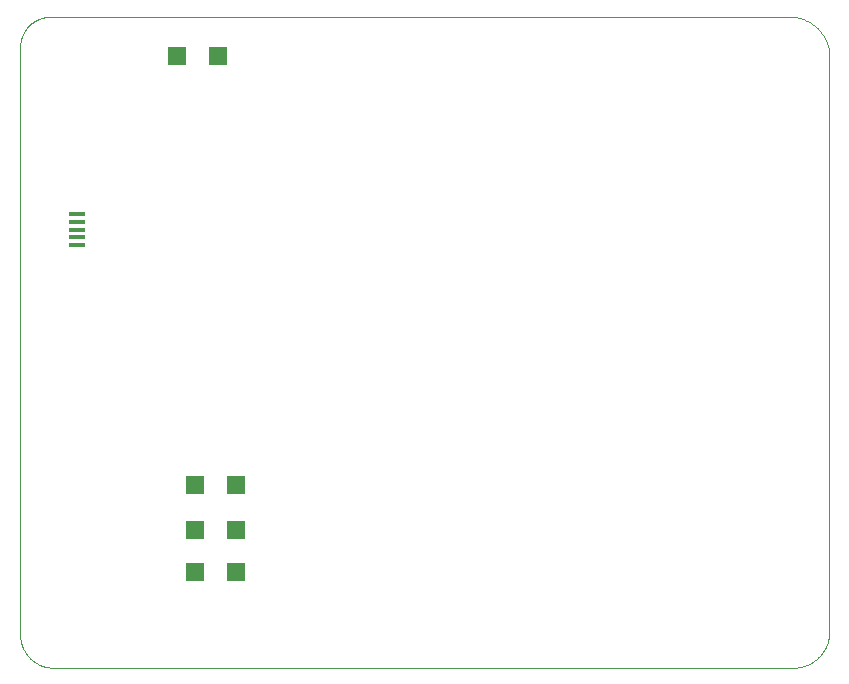
<source format=gtp>
G75*
%MOIN*%
%OFA0B0*%
%FSLAX25Y25*%
%IPPOS*%
%LPD*%
%AMOC8*
5,1,8,0,0,1.08239X$1,22.5*
%
%ADD10C,0.00000*%
%ADD11R,0.05906X0.05906*%
%ADD12R,0.05315X0.01575*%
D10*
X0014520Y0012000D02*
X0014520Y0207961D01*
X0014523Y0208203D01*
X0014532Y0208444D01*
X0014546Y0208685D01*
X0014567Y0208926D01*
X0014593Y0209166D01*
X0014625Y0209406D01*
X0014663Y0209645D01*
X0014706Y0209882D01*
X0014756Y0210119D01*
X0014811Y0210354D01*
X0014871Y0210588D01*
X0014938Y0210820D01*
X0015009Y0211051D01*
X0015087Y0211280D01*
X0015170Y0211507D01*
X0015258Y0211732D01*
X0015352Y0211955D01*
X0015451Y0212175D01*
X0015556Y0212393D01*
X0015665Y0212608D01*
X0015780Y0212821D01*
X0015900Y0213031D01*
X0016025Y0213237D01*
X0016155Y0213441D01*
X0016290Y0213642D01*
X0016430Y0213839D01*
X0016574Y0214033D01*
X0016723Y0214223D01*
X0016877Y0214409D01*
X0017035Y0214592D01*
X0017197Y0214771D01*
X0017364Y0214946D01*
X0017535Y0215117D01*
X0017710Y0215284D01*
X0017889Y0215446D01*
X0018072Y0215604D01*
X0018258Y0215758D01*
X0018448Y0215907D01*
X0018642Y0216051D01*
X0018839Y0216191D01*
X0019040Y0216326D01*
X0019244Y0216456D01*
X0019450Y0216581D01*
X0019660Y0216701D01*
X0019873Y0216816D01*
X0020088Y0216925D01*
X0020306Y0217030D01*
X0020526Y0217129D01*
X0020749Y0217223D01*
X0020974Y0217311D01*
X0021201Y0217394D01*
X0021430Y0217472D01*
X0021661Y0217543D01*
X0021893Y0217610D01*
X0022127Y0217670D01*
X0022362Y0217725D01*
X0022599Y0217775D01*
X0022836Y0217818D01*
X0023075Y0217856D01*
X0023315Y0217888D01*
X0023555Y0217914D01*
X0023796Y0217935D01*
X0024037Y0217949D01*
X0024278Y0217958D01*
X0024520Y0217961D01*
X0269205Y0217961D01*
X0284220Y0205945D02*
X0284220Y0013000D01*
X0284216Y0012710D01*
X0284206Y0012420D01*
X0284188Y0012131D01*
X0284164Y0011842D01*
X0284133Y0011554D01*
X0284094Y0011266D01*
X0284049Y0010980D01*
X0283996Y0010694D01*
X0283937Y0010411D01*
X0283871Y0010128D01*
X0283799Y0009848D01*
X0283719Y0009569D01*
X0283633Y0009292D01*
X0283540Y0009017D01*
X0283440Y0008745D01*
X0283334Y0008475D01*
X0283222Y0008208D01*
X0283102Y0007943D01*
X0282977Y0007682D01*
X0282845Y0007423D01*
X0282708Y0007168D01*
X0282564Y0006916D01*
X0282414Y0006668D01*
X0282258Y0006424D01*
X0282096Y0006183D01*
X0281928Y0005947D01*
X0281755Y0005714D01*
X0281576Y0005486D01*
X0281392Y0005262D01*
X0281202Y0005043D01*
X0281007Y0004828D01*
X0280807Y0004618D01*
X0280602Y0004413D01*
X0280392Y0004213D01*
X0280177Y0004018D01*
X0279958Y0003828D01*
X0279734Y0003644D01*
X0279506Y0003465D01*
X0279273Y0003292D01*
X0279037Y0003124D01*
X0278796Y0002962D01*
X0278552Y0002806D01*
X0278304Y0002656D01*
X0278052Y0002512D01*
X0277797Y0002375D01*
X0277538Y0002243D01*
X0277277Y0002118D01*
X0277012Y0001998D01*
X0276745Y0001886D01*
X0276475Y0001780D01*
X0276203Y0001680D01*
X0275928Y0001587D01*
X0275651Y0001501D01*
X0275372Y0001421D01*
X0275092Y0001349D01*
X0274809Y0001283D01*
X0274526Y0001224D01*
X0274240Y0001171D01*
X0273954Y0001126D01*
X0273666Y0001087D01*
X0273378Y0001056D01*
X0273089Y0001032D01*
X0272800Y0001014D01*
X0272510Y0001004D01*
X0272220Y0001000D01*
X0025520Y0001000D01*
X0025250Y0001003D01*
X0024980Y0001013D01*
X0024711Y0001030D01*
X0024442Y0001053D01*
X0024173Y0001083D01*
X0023906Y0001119D01*
X0023639Y0001162D01*
X0023374Y0001211D01*
X0023110Y0001267D01*
X0022847Y0001330D01*
X0022586Y0001398D01*
X0022327Y0001474D01*
X0022070Y0001555D01*
X0021814Y0001643D01*
X0021561Y0001737D01*
X0021310Y0001837D01*
X0021062Y0001944D01*
X0020817Y0002056D01*
X0020574Y0002175D01*
X0020335Y0002299D01*
X0020098Y0002429D01*
X0019865Y0002565D01*
X0019635Y0002707D01*
X0019409Y0002854D01*
X0019186Y0003007D01*
X0018967Y0003165D01*
X0018752Y0003328D01*
X0018542Y0003497D01*
X0018335Y0003671D01*
X0018133Y0003850D01*
X0017935Y0004033D01*
X0017742Y0004222D01*
X0017553Y0004415D01*
X0017370Y0004613D01*
X0017191Y0004815D01*
X0017017Y0005022D01*
X0016848Y0005232D01*
X0016685Y0005447D01*
X0016527Y0005666D01*
X0016374Y0005889D01*
X0016227Y0006115D01*
X0016085Y0006345D01*
X0015949Y0006578D01*
X0015819Y0006815D01*
X0015695Y0007054D01*
X0015576Y0007297D01*
X0015464Y0007542D01*
X0015357Y0007790D01*
X0015257Y0008041D01*
X0015163Y0008294D01*
X0015075Y0008550D01*
X0014994Y0008807D01*
X0014918Y0009066D01*
X0014850Y0009327D01*
X0014787Y0009590D01*
X0014731Y0009854D01*
X0014682Y0010119D01*
X0014639Y0010386D01*
X0014603Y0010653D01*
X0014573Y0010922D01*
X0014550Y0011191D01*
X0014533Y0011460D01*
X0014523Y0011730D01*
X0014520Y0012000D01*
X0269205Y0217961D02*
X0269532Y0217993D01*
X0269860Y0218018D01*
X0270188Y0218034D01*
X0270516Y0218043D01*
X0270845Y0218043D01*
X0271174Y0218036D01*
X0271502Y0218021D01*
X0271830Y0217997D01*
X0272157Y0217966D01*
X0272483Y0217927D01*
X0272808Y0217880D01*
X0273132Y0217826D01*
X0273455Y0217763D01*
X0273776Y0217693D01*
X0274095Y0217615D01*
X0274413Y0217529D01*
X0274728Y0217435D01*
X0275040Y0217334D01*
X0275350Y0217226D01*
X0275658Y0217110D01*
X0275963Y0216987D01*
X0276264Y0216856D01*
X0276562Y0216718D01*
X0276857Y0216573D01*
X0277148Y0216421D01*
X0277436Y0216261D01*
X0277720Y0216095D01*
X0277999Y0215922D01*
X0278274Y0215743D01*
X0278545Y0215557D01*
X0278811Y0215364D01*
X0279073Y0215165D01*
X0279329Y0214960D01*
X0279581Y0214748D01*
X0279827Y0214531D01*
X0280068Y0214307D01*
X0280304Y0214078D01*
X0280534Y0213843D01*
X0280758Y0213603D01*
X0280976Y0213357D01*
X0281189Y0213107D01*
X0281395Y0212851D01*
X0281595Y0212590D01*
X0281789Y0212325D01*
X0281976Y0212054D01*
X0282156Y0211780D01*
X0282330Y0211501D01*
X0282497Y0211218D01*
X0282658Y0210931D01*
X0282811Y0210640D01*
X0282957Y0210346D01*
X0283096Y0210048D01*
X0283228Y0209747D01*
X0283352Y0209443D01*
X0283469Y0209136D01*
X0283579Y0208826D01*
X0283681Y0208514D01*
X0283776Y0208199D01*
X0283862Y0207882D01*
X0283942Y0207563D01*
X0284013Y0207243D01*
X0284077Y0206920D01*
X0284133Y0206596D01*
X0284181Y0206271D01*
X0284221Y0205945D01*
D11*
X0086409Y0062000D03*
X0072630Y0062000D03*
X0072630Y0047000D03*
X0086409Y0047000D03*
X0086409Y0033000D03*
X0072630Y0033000D03*
X0066630Y0205000D03*
X0080409Y0205000D03*
D12*
X0033543Y0152118D03*
X0033543Y0149559D03*
X0033543Y0147000D03*
X0033543Y0144441D03*
X0033543Y0141882D03*
M02*

</source>
